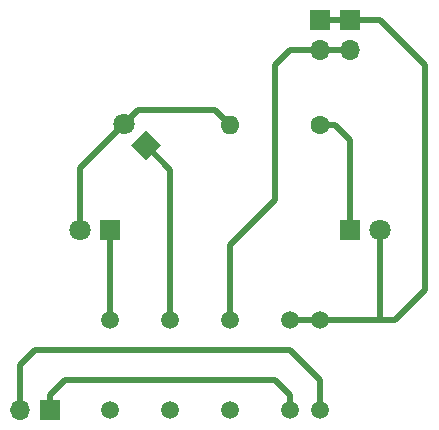
<source format=gbl>
G04 #@! TF.GenerationSoftware,KiCad,Pcbnew,5.1.10*
G04 #@! TF.CreationDate,2021-05-21T02:11:28+02:00*
G04 #@! TF.ProjectId,Weichensimulator-rechts,57656963-6865-46e7-9369-6d756c61746f,rev?*
G04 #@! TF.SameCoordinates,Original*
G04 #@! TF.FileFunction,Copper,L2,Bot*
G04 #@! TF.FilePolarity,Positive*
%FSLAX46Y46*%
G04 Gerber Fmt 4.6, Leading zero omitted, Abs format (unit mm)*
G04 Created by KiCad (PCBNEW 5.1.10) date 2021-05-21 02:11:28*
%MOMM*%
%LPD*%
G01*
G04 APERTURE LIST*
G04 #@! TA.AperFunction,ComponentPad*
%ADD10C,1.500000*%
G04 #@! TD*
G04 #@! TA.AperFunction,ComponentPad*
%ADD11C,1.800000*%
G04 #@! TD*
G04 #@! TA.AperFunction,ComponentPad*
%ADD12R,1.800000X1.800000*%
G04 #@! TD*
G04 #@! TA.AperFunction,ComponentPad*
%ADD13C,0.100000*%
G04 #@! TD*
G04 #@! TA.AperFunction,ComponentPad*
%ADD14O,1.600000X1.600000*%
G04 #@! TD*
G04 #@! TA.AperFunction,ComponentPad*
%ADD15C,1.600000*%
G04 #@! TD*
G04 #@! TA.AperFunction,ComponentPad*
%ADD16O,1.700000X1.700000*%
G04 #@! TD*
G04 #@! TA.AperFunction,ComponentPad*
%ADD17R,1.700000X1.700000*%
G04 #@! TD*
G04 #@! TA.AperFunction,Conductor*
%ADD18C,0.500000*%
G04 #@! TD*
G04 APERTURE END LIST*
D10*
X143510000Y-123190000D03*
X140970000Y-123190000D03*
X135890000Y-123190000D03*
X130810000Y-123190000D03*
X125730000Y-123190000D03*
X125730000Y-115570000D03*
X130810000Y-115570000D03*
X135890000Y-115570000D03*
X140970000Y-115570000D03*
X143510000Y-115570000D03*
D11*
X148590000Y-107950000D03*
D12*
X146050000Y-107950000D03*
X125730000Y-107950000D03*
D11*
X123190000Y-107950000D03*
X126913949Y-98973949D03*
G04 #@! TA.AperFunction,ComponentPad*
D13*
G36*
X129982792Y-100770000D02*
G01*
X128710000Y-102042792D01*
X127437208Y-100770000D01*
X128710000Y-99497208D01*
X129982792Y-100770000D01*
G37*
G04 #@! TD.AperFunction*
D14*
X135890000Y-99060000D03*
D15*
X143510000Y-99060000D03*
D16*
X118110000Y-123190000D03*
D17*
X120650000Y-123190000D03*
X146050000Y-90170000D03*
D16*
X146050000Y-92710000D03*
X143510000Y-92710000D03*
D17*
X143510000Y-90170000D03*
D18*
X146050000Y-107950000D02*
X146050000Y-100330000D01*
X146050000Y-100330000D02*
X144780000Y-99060000D01*
X144780000Y-99060000D02*
X143510000Y-99060000D01*
X125730000Y-107950000D02*
X125730000Y-115570000D01*
X128710000Y-100770000D02*
X130810000Y-102870000D01*
X130810000Y-102870000D02*
X130810000Y-115570000D01*
X143510000Y-120650000D02*
X143510000Y-123190000D01*
X140970000Y-118110000D02*
X143510000Y-120650000D01*
X123190000Y-118110000D02*
X140970000Y-118110000D01*
X118110000Y-123190000D02*
X118110000Y-120650000D01*
X118110000Y-120650000D02*
X118110000Y-119380000D01*
X118110000Y-119380000D02*
X119380000Y-118110000D01*
X119380000Y-118110000D02*
X123190000Y-118110000D01*
X123190000Y-120650000D02*
X139700000Y-120650000D01*
X139700000Y-120650000D02*
X140970000Y-121920000D01*
X140970000Y-121920000D02*
X140970000Y-123190000D01*
X120650000Y-123190000D02*
X120650000Y-121920000D01*
X120650000Y-121920000D02*
X121920000Y-120650000D01*
X121920000Y-120650000D02*
X123190000Y-120650000D01*
X140970000Y-115570000D02*
X143510000Y-115570000D01*
X148590000Y-90170000D02*
X152400000Y-93980000D01*
X152400000Y-93980000D02*
X152400000Y-113030000D01*
X152400000Y-113030000D02*
X149860000Y-115570000D01*
X143510000Y-90170000D02*
X146050000Y-90170000D01*
X146050000Y-90170000D02*
X148590000Y-90170000D01*
X148590000Y-107950000D02*
X148590000Y-115570000D01*
X148590000Y-115570000D02*
X143510000Y-115570000D01*
X149860000Y-115570000D02*
X148590000Y-115570000D01*
X143510000Y-92710000D02*
X146050000Y-92710000D01*
X135890000Y-109220000D02*
X135890000Y-115570000D01*
X139700000Y-105410000D02*
X135890000Y-109220000D01*
X139700000Y-93980000D02*
X139700000Y-105410000D01*
X140970000Y-92710000D02*
X139700000Y-93980000D01*
X143510000Y-92710000D02*
X140970000Y-92710000D01*
X126913949Y-98973949D02*
X128097898Y-97790000D01*
X126913949Y-98973949D02*
X125730000Y-100157898D01*
X128097898Y-97790000D02*
X134620000Y-97790000D01*
X134620000Y-97790000D02*
X135890000Y-99060000D01*
X123190000Y-102697898D02*
X125730000Y-100157898D01*
X123190000Y-107950000D02*
X123190000Y-102697898D01*
M02*

</source>
